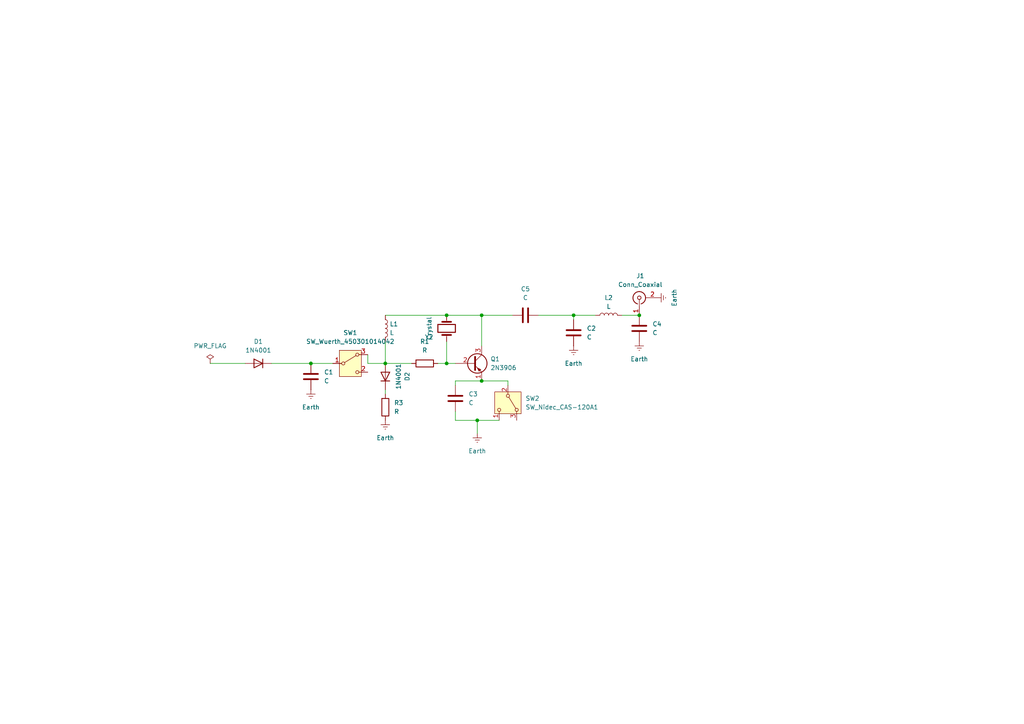
<source format=kicad_sch>
(kicad_sch (version 20231120) (generator "eeschema") (generator_version "8.0")
  (paper "A4")
  (lib_symbols
    (symbol "Connector:Conn_Coaxial" (pin_names (offset 1.016) hide)
      (property "Reference" "J" (at 0.254 3.048 0))
      (property "Value" "Conn_Coaxial" (at 2.921 0 90))
      (symbol "Conn_Coaxial_0_1"
        (arc (start -1.778 -0.508) (mid 0.2311 -1.8066) (end 1.778 0) (stroke (width 0.254)))
        (polyline (pts (xy -2.54 0) (xy -0.508 0)))
        (polyline (pts (xy 0 -2.54) (xy 0 -1.778)))
        (circle (center 0 0) (radius 0.508) (stroke (width 0.2032)))
        (arc (start 1.778 0) (mid 0.2099 1.8101) (end -1.778 0.508) (stroke (width 0.254)))
      )
      (symbol "Conn_Coaxial_1_1"
        (pin passive line (at -5.08 0 0) (length 2.54) (name "In") (number "1"))
        (pin passive line (at 0 -5.08 90) (length 2.54) (name "Ext") (number "2"))
      )
    )
    (symbol "Device:C" (pin_numbers hide) (pin_names (offset 0.254))
      (property "Reference" "C" (at 0.635 2.54 0))
      (property "Value" "C" (at 0.635 -2.54 0))
      (symbol "C_0_1"
        (polyline (pts (xy -2.032 -0.762) (xy 2.032 -0.762)) (stroke (width 0.508)))
        (polyline (pts (xy -2.032 0.762) (xy 2.032 0.762)) (stroke (width 0.508)))
      )
      (symbol "C_1_1"
        (pin passive line (at 0 3.81 270) (length 2.794) (name "~") (number "1"))
        (pin passive line (at 0 -3.81 90) (length 2.794) (name "~") (number "2"))
      )
    )
    (symbol "Device:Crystal" (pin_numbers hide) (pin_names (offset 1.016) hide)
      (property "Reference" "Y" (at 0 3.81 0))
      (property "Value" "Crystal" (at 0 -3.81 0))
      (symbol "Crystal_0_1"
        (rectangle (start -1.143 2.54) (end 1.143 -2.54) (stroke (width 0.3048)))
        (polyline (pts (xy -2.54 0) (xy -1.905 0)))
        (polyline (pts (xy -1.905 -1.27) (xy -1.905 1.27)) (stroke (width 0.508)))
        (polyline (pts (xy 1.905 -1.27) (xy 1.905 1.27)) (stroke (width 0.508)))
        (polyline (pts (xy 2.54 0) (xy 1.905 0)))
      )
      (symbol "Crystal_1_1"
        (pin passive line (at -3.81 0 0) (length 1.27) (name "1") (number "1"))
        (pin passive line (at 3.81 0 180) (length 1.27) (name "2") (number "2"))
      )
    )
    (symbol "Device:L" (pin_numbers hide) (pin_names (offset 1.016) hide)
      (property "Reference" "L" (at -1.27 0 90))
      (property "Value" "L" (at 1.905 0 90))
      (symbol "L_0_1"
        (arc (start 0 -2.54) (mid 0.6323 -1.905) (end 0 -1.27))
        (arc (start 0 -1.27) (mid 0.6323 -0.635) (end 0 0))
        (arc (start 0 0) (mid 0.6323 0.635) (end 0 1.27))
        (arc (start 0 1.27) (mid 0.6323 1.905) (end 0 2.54))
      )
      (symbol "L_1_1"
        (pin passive line (at 0 3.81 270) (length 1.27) (name "1") (number "1"))
        (pin passive line (at 0 -3.81 90) (length 1.27) (name "2") (number "2"))
      )
    )
    (symbol "Device:R" (pin_numbers hide) (pin_names (offset 0))
      (property "Reference" "R" (at 2.032 0 90))
      (property "Value" "R" (at 0 0 90))
      (symbol "R_0_1"
        (rectangle (start -1.016 -2.54) (end 1.016 2.54) (stroke (width 0.254)))
      )
      (symbol "R_1_1"
        (pin passive line (at 0 3.81 270) (length 1.27) (name "~") (number "1"))
        (pin passive line (at 0 -3.81 90) (length 1.27) (name "~") (number "2"))
      )
    )
    (symbol "Diode:1N4001" (pin_numbers hide) (pin_names hide)
      (property "Reference" "D" (at 0 2.54 0))
      (property "Value" "1N4001" (at 0 -2.54 0))
      (symbol "1N4001_0_1"
        (polyline (pts (xy -1.27 1.27) (xy -1.27 -1.27)) (stroke (width 0.254)))
        (polyline (pts (xy 1.27 0) (xy -1.27 0)))
        (polyline (pts (xy 1.27 1.27) (xy 1.27 -1.27) (xy -1.27 0) (xy 1.27 1.27)) (stroke (width 0.254)))
      )
      (symbol "1N4001_1_1"
        (pin passive line (at -3.81 0 0) (length 2.54) (name "K") (number "1"))
        (pin passive line (at 3.81 0 180) (length 2.54) (name "A") (number "2"))
      )
    )
    (symbol "Switch:SW_Nidec_CAS-120A1" (pin_names (offset 1) hide)
      (property "Reference" "SW" (at 0 4.318 0))
      (property "Value" "SW_Nidec_CAS-120A1" (at 0 -5.08 0))
      (symbol "SW_Nidec_CAS-120A1_0_1"
        (circle (center -2.032 0) (radius 0.4572))
        (polyline (pts (xy -1.651 0.254) (xy 1.651 2.286)))
        (circle (center 2.032 -2.54) (radius 0.4572))
        (circle (center 2.032 2.54) (radius 0.4572))
      )
      (symbol "SW_Nidec_CAS-120A1_1_1"
        (rectangle (start -3.175 3.81) (end 3.175 -3.81) (fill (type background)))
        (pin passive line (at 5.08 -2.54 180) (length 2.54) (name "C") (number "1"))
        (pin passive line (at -5.08 0 0) (length 2.54) (name "B") (number "2"))
        (pin passive line (at 5.08 2.54 180) (length 2.54) (name "A") (number "3"))
      )
    )
    (symbol "Switch:SW_Wuerth_450301014042" (pin_names (offset 1) hide)
      (property "Reference" "SW" (at 0 5.08 0))
      (property "Value" "SW_Wuerth_450301014042" (at 0 -5.08 0))
      (symbol "SW_Wuerth_450301014042_0_1"
        (circle (center -2.032 0) (radius 0.4572))
        (polyline (pts (xy -1.651 0.254) (xy 1.651 2.286)))
        (circle (center 2.032 -2.54) (radius 0.4572))
        (circle (center 2.032 2.54) (radius 0.4572))
      )
      (symbol "SW_Wuerth_450301014042_1_1"
        (rectangle (start -3.175 3.81) (end 3.175 -3.81) (fill (type background)))
        (pin passive line (at -5.08 0 0) (length 2.54) (name "B") (number "1"))
        (pin passive line (at 5.08 -2.54 180) (length 2.54) (name "C") (number "2"))
        (pin passive line (at 5.08 2.54 180) (length 2.54) (name "A") (number "3"))
      )
    )
    (symbol "Transistor_BJT:2N3906" (pin_names (offset 0) hide)
      (property "Reference" "Q" (at 5.08 1.905 0))
      (property "Value" "2N3906" (at 5.08 0 0))
      (symbol "2N3906_0_1"
        (polyline (pts (xy 0.635 0.635) (xy 2.54 2.54)))
        (polyline (pts (xy 0.635 -0.635) (xy 2.54 -2.54) (xy 2.54 -2.54)))
        (polyline (pts (xy 0.635 1.905) (xy 0.635 -1.905) (xy 0.635 -1.905)) (stroke (width 0.508)))
        (polyline (pts (xy 2.286 -1.778) (xy 1.778 -2.286) (xy 1.27 -1.27) (xy 2.286 -1.778) (xy 2.286 -1.778)) (fill (type outline)))
        (circle (center 1.27 0) (radius 2.8194) (stroke (width 0.254)))
      )
      (symbol "2N3906_1_1"
        (pin passive line (at 2.54 -5.08 90) (length 2.54) (name "E") (number "1"))
        (pin input line (at -5.08 0 0) (length 5.715) (name "B") (number "2"))
        (pin passive line (at 2.54 5.08 270) (length 2.54) (name "C") (number "3"))
      )
    )
    (symbol "power:Earth" (power) (pin_numbers hide) (pin_names (offset 0) hide)
      (property "Value" "Earth" (at 0 -3.81 0))
      (symbol "Earth_0_1"
        (polyline (pts (xy -0.635 -1.905) (xy 0.635 -1.905)))
        (polyline (pts (xy -0.127 -2.54) (xy 0.127 -2.54)))
        (polyline (pts (xy 0 -1.27) (xy 0 0)))
        (polyline (pts (xy 1.27 -1.27) (xy -1.27 -1.27)))
      )
      (symbol "Earth_1_1"
        (pin power_in line (at 0 0 270) (length 0) (name "~") (number "1"))
      )
    )
    (symbol "power:PWR_FLAG" (power) (pin_numbers hide) (pin_names (offset 0) hide)
      (property "Value" "PWR_FLAG" (at 0 3.81 0))
      (symbol "PWR_FLAG_0_0"
        (pin power_out line (at 0 0 90) (length 0) (name "~") (number "1"))
      )
      (symbol "PWR_FLAG_0_1"
        (polyline (pts (xy 0 0) (xy 0 1.27) (xy -1.016 1.905) (xy 0 2.54) (xy 1.016 1.905) (xy 0 1.27)))
      )
    )
  )
  (junction (at 111.76 105.41))
  (junction (at 90.17 105.41))
  (junction (at 139.7 110.49))
  (junction (at 129.54 105.41))
  (junction (at 185.42 91.44))
  (junction (at 166.37 91.44))
  (junction (at 129.54 91.44))
  (junction (at 139.7 91.44))
  (junction (at 138.43 121.92))
  (wire (pts (xy 132.08 110.49) (xy 132.08 111.76)))
  (wire (pts (xy 111.76 91.44) (xy 129.54 91.44)))
  (wire (pts (xy 156.21 91.44) (xy 166.37 91.44)))
  (wire (pts (xy 90.17 105.41) (xy 96.52 105.41)))
  (wire (pts (xy 138.43 121.92) (xy 138.43 125.73)))
  (wire (pts (xy 166.37 91.44) (xy 172.72 91.44)))
  (wire (pts (xy 144.78 121.92) (xy 138.43 121.92)))
  (wire (pts (xy 106.68 102.87) (xy 106.68 105.41)))
  (wire (pts (xy 180.34 91.44) (xy 185.42 91.44)))
  (wire (pts (xy 111.76 99.06) (xy 111.76 105.41)))
  (wire (pts (xy 132.08 121.92) (xy 138.43 121.92)))
  (wire (pts (xy 106.68 105.41) (xy 111.76 105.41)))
  (wire (pts (xy 60.96 105.41) (xy 71.12 105.41)))
  (wire (pts (xy 139.7 110.49) (xy 132.08 110.49)))
  (wire (pts (xy 129.54 99.06) (xy 129.54 105.41)))
  (wire (pts (xy 129.54 91.44) (xy 139.7 91.44)))
  (wire (pts (xy 147.32 111.76) (xy 147.32 110.49)))
  (wire (pts (xy 111.76 105.41) (xy 119.38 105.41)))
  (wire (pts (xy 127 105.41) (xy 129.54 105.41)))
  (wire (pts (xy 147.32 110.49) (xy 139.7 110.49)))
  (wire (pts (xy 78.74 105.41) (xy 90.17 105.41)))
  (wire (pts (xy 166.37 91.44) (xy 166.37 92.71)))
  (wire (pts (xy 139.7 91.44) (xy 139.7 100.33)))
  (wire (pts (xy 111.76 113.03) (xy 111.76 114.3)))
  (wire (pts (xy 132.08 119.38) (xy 132.08 121.92)))
  (wire (pts (xy 139.7 91.44) (xy 148.59 91.44)))
  (wire (pts (xy 129.54 105.41) (xy 132.08 105.41)))
  (symbol (lib_id "Device:R") (at 111.76 118.11 0) (unit 1)
    (property "Reference" "R3" (at 114.3 116.8399 0) (effects (justify left)))
    (property "Value" "R" (at 114.3 119.3799 0) (effects (justify left)))
    (property "Footprint" "Resistor_THT:R_Axial_DIN0207_L6.3mm_D2.5mm_P5.08mm_Vertical" (effects (hide yes)))
    (property "Description" "Resistor" (effects (hide yes)))
  )
  (symbol (lib_id "power:Earth") (at 185.42 99.06 0) (unit 1)
    (property "Reference" "#PWR02" (effects (hide yes)))
    (property "Value" "Earth" (at 185.42 104.14 0))
    (property "Description" "Power symbol creates a global label with name \"Earth\"" (effects (hide yes)))
  )
  (symbol (lib_id "Device:L") (at 176.53 91.44 90) (unit 1)
    (property "Reference" "L2" (at 176.53 86.36 90))
    (property "Value" "L" (at 176.53 88.9 90))
    (property "Footprint" "Inductor_SMD:L_Bourns-SRN6028" (effects (hide yes)))
    (property "Description" "Inductor" (effects (hide yes)))
  )
  (symbol (lib_id "Device:L") (at 111.76 95.25 0) (unit 1)
    (property "Reference" "L1" (at 113.03 93.9799 0) (effects (justify left)))
    (property "Value" "L" (at 113.03 96.5199 0) (effects (justify left)))
    (property "Footprint" "Inductor_SMD:L_Bourns-SRN6028" (effects (hide yes)))
    (property "Description" "Inductor" (effects (hide yes)))
  )
  (symbol (lib_id "Device:R") (at 123.19 105.41 270) (unit 1)
    (property "Reference" "R1" (at 123.19 99.06 90))
    (property "Value" "R" (at 123.19 101.6 90))
    (property "Footprint" "Resistor_THT:R_Axial_DIN0207_L6.3mm_D2.5mm_P5.08mm_Vertical" (effects (hide yes)))
    (property "Description" "Resistor" (effects (hide yes)))
  )
  (symbol (lib_id "Transistor_BJT:2N3906") (at 137.16 105.41 0) (unit 1)
    (property "Reference" "Q1" (at 142.24 104.1399 0) (effects (justify left)))
    (property "Value" "2N3906" (at 142.24 106.6799 0) (effects (justify left)))
    (property "Footprint" "Package_TO_SOT_THT:TO-92_Inline" (effects (hide yes)))
    (property "Datasheet" "https://www.onsemi.com/pub/Collateral/2N3906-D.PDF" (effects (hide yes)))
    (property "Description" "-0.2A Ic, -40V Vce, Small Signal PNP Transistor, TO-92" (effects (hide yes)))
  )
  (symbol (lib_id "power:Earth") (at 138.43 125.73 0) (unit 1)
    (property "Reference" "#PWR04" (effects (hide yes)))
    (property "Value" "Earth" (at 138.43 130.81 0))
    (property "Description" "Power symbol creates a global label with name \"Earth\"" (effects (hide yes)))
  )
  (symbol (lib_id "Device:Crystal") (at 129.54 95.25 90) (unit 1)
    (property "Reference" "Y2" (at 124.46 97.79 90))
    (property "Value" "Crystal" (at 124.46 95.25 0))
    (property "Footprint" "Crystal:Crystal_HC49-U_Vertical" (effects (hide yes)))
    (property "Description" "Two pin crystal" (effects (hide yes)))
  )
  (symbol (lib_id "Diode:1N4001") (at 74.93 105.41 0) (mirror y) (unit 1)
    (property "Reference" "D1" (at 74.93 99.06 0))
    (property "Value" "1N4001" (at 74.93 101.6 0))
    (property "Footprint" "Diode_THT:D_DO-41_SOD81_P10.16mm_Horizontal" (effects (hide yes)))
    (property "Datasheet" "http://www.vishay.com/docs/88503/1n4001.pdf" (effects (hide yes)))
    (property "Description" "50V 1A General Purpose Rectifier Diode, DO-41" (effects (hide yes)))
    (property "Sim.Device" "D" (effects (hide yes)))
    (property "Sim.Pins" "1=K 2=A" (effects (hide yes)))
  )
  (symbol (lib_id "Switch:SW_Nidec_CAS-120A1") (at 147.32 116.84 270) (unit 1)
    (property "Reference" "SW2" (at 152.4 115.5699 90) (effects (justify left)))
    (property "Value" "SW_Nidec_CAS-120A1" (at 152.4 118.1099 90) (effects (justify left)))
    (property "Footprint" "Button_Switch_SMD:Nidec_Copal_CAS-120A" (effects (hide yes)))
    (property "Datasheet" "https://www.nidec-components.com/e/catalog/switch/cas.pdf" (effects (hide yes)))
    (property "Description" "Switch, single pole double throw" (effects (hide yes)))
  )
  (symbol (lib_id "power:PWR_FLAG") (at 60.96 105.41 0) (unit 1)
    (property "Reference" "#FLG01" (effects (hide yes)))
    (property "Value" "PWR_FLAG" (at 60.96 100.33 0))
    (property "Description" "Special symbol for telling ERC where power comes from" (effects (hide yes)))
  )
  (symbol (lib_id "power:Earth") (at 90.17 113.03 0) (unit 1)
    (property "Reference" "#PWR06" (effects (hide yes)))
    (property "Value" "Earth" (at 90.17 118.11 0))
    (property "Description" "Power symbol creates a global label with name \"Earth\"" (effects (hide yes)))
  )
  (symbol (lib_id "Device:C") (at 185.42 95.25 0) (unit 1)
    (property "Reference" "C4" (at 189.23 93.9799 0) (effects (justify left)))
    (property "Value" "C" (at 189.23 96.5199 0) (effects (justify left)))
    (property "Footprint" "Capacitor_THT:C_Rect_L4.0mm_W2.5mm_P2.50mm" (effects (hide yes)))
    (property "Description" "Unpolarized capacitor" (effects (hide yes)))
  )
  (symbol (lib_id "Connector:Conn_Coaxial") (at 185.42 86.36 90) (unit 1)
    (property "Reference" "J1" (at 185.7132 80.01 90))
    (property "Value" "Conn_Coaxial" (at 185.7132 82.55 90))
    (property "Description" "coaxial connector (BNC, SMA, SMB, SMC, Cinch/RCA, LEMO, ...)" (effects (hide yes)))
  )
  (symbol (lib_id "Device:C") (at 166.37 96.52 0) (unit 1)
    (property "Reference" "C2" (at 170.18 95.2499 0) (effects (justify left)))
    (property "Value" "C" (at 170.18 97.7899 0) (effects (justify left)))
    (property "Footprint" "Capacitor_THT:C_Rect_L4.0mm_W2.5mm_P2.50mm" (effects (hide yes)))
    (property "Description" "Unpolarized capacitor" (effects (hide yes)))
  )
  (symbol (lib_id "power:Earth") (at 166.37 100.33 0) (unit 1)
    (property "Reference" "#PWR03" (effects (hide yes)))
    (property "Value" "Earth" (at 166.37 105.41 0))
    (property "Description" "Power symbol creates a global label with name \"Earth\"" (effects (hide yes)))
  )
  (symbol (lib_id "Device:C") (at 90.17 109.22 0) (unit 1)
    (property "Reference" "C1" (at 93.98 107.9499 0) (effects (justify left)))
    (property "Value" "C" (at 93.98 110.4899 0) (effects (justify left)))
    (property "Footprint" "Capacitor_THT:C_Rect_L4.0mm_W2.5mm_P2.50mm" (effects (hide yes)))
    (property "Description" "Unpolarized capacitor" (effects (hide yes)))
  )
  (symbol (lib_id "Diode:1N4001") (at 111.76 109.22 270) (mirror x) (unit 1)
    (property "Reference" "D2" (at 118.11 109.22 0))
    (property "Value" "1N4001" (at 115.57 109.22 0))
    (property "Footprint" "Diode_THT:D_DO-41_SOD81_P10.16mm_Horizontal" (effects (hide yes)))
    (property "Datasheet" "http://www.vishay.com/docs/88503/1n4001.pdf" (effects (hide yes)))
    (property "Description" "50V 1A General Purpose Rectifier Diode, DO-41" (effects (hide yes)))
    (property "Sim.Device" "D" (effects (hide yes)))
    (property "Sim.Pins" "1=K 2=A" (effects (hide yes)))
  )
  (symbol (lib_id "power:Earth") (at 190.5 86.36 90) (mirror x) (unit 1)
    (property "Reference" "#PWR01" (effects (hide yes)))
    (property "Value" "Earth" (at 195.58 86.36 0))
    (property "Description" "Power symbol creates a global label with name \"Earth\"" (effects (hide yes)))
  )
  (symbol (lib_id "Device:C") (at 152.4 91.44 90) (unit 1)
    (property "Reference" "C5" (at 152.4 83.82 90))
    (property "Value" "C" (at 152.4 86.36 90))
    (property "Footprint" "Capacitor_THT:C_Rect_L4.0mm_W2.5mm_P2.50mm" (effects (hide yes)))
    (property "Description" "Unpolarized capacitor" (effects (hide yes)))
  )
  (symbol (lib_id "Device:C") (at 132.08 115.57 0) (unit 1)
    (property "Reference" "C3" (at 135.89 114.2999 0) (effects (justify left)))
    (property "Value" "C" (at 135.89 116.8399 0) (effects (justify left)))
    (property "Footprint" "Capacitor_THT:C_Rect_L4.0mm_W2.5mm_P2.50mm" (effects (hide yes)))
    (property "Description" "Unpolarized capacitor" (effects (hide yes)))
  )
  (symbol (lib_id "power:Earth") (at 111.76 121.92 0) (unit 1)
    (property "Reference" "#PWR05" (effects (hide yes)))
    (property "Value" "Earth" (at 111.76 127 0))
    (property "Description" "Power symbol creates a global label with name \"Earth\"" (effects (hide yes)))
  )
  (symbol (lib_id "Switch:SW_Wuerth_450301014042") (at 101.6 105.41 0) (unit 1)
    (property "Reference" "SW1" (at 101.6 96.52 0))
    (property "Value" "SW_Wuerth_450301014042" (at 101.6 99.06 0))
    (property "Footprint" "Button_Switch_THT:SW_Slide-03_Wuerth-WS-SLTV_10x2.5x6.4_P2.54mm" (effects (hide yes)))
    (property "Datasheet" "https://www.we-online.com/components/products/datasheet/450301014042.pdf" (effects (hide yes)))
    (property "Description" "Switch slide, single pole double throw" (effects (hide yes)))
  )
)
</source>
